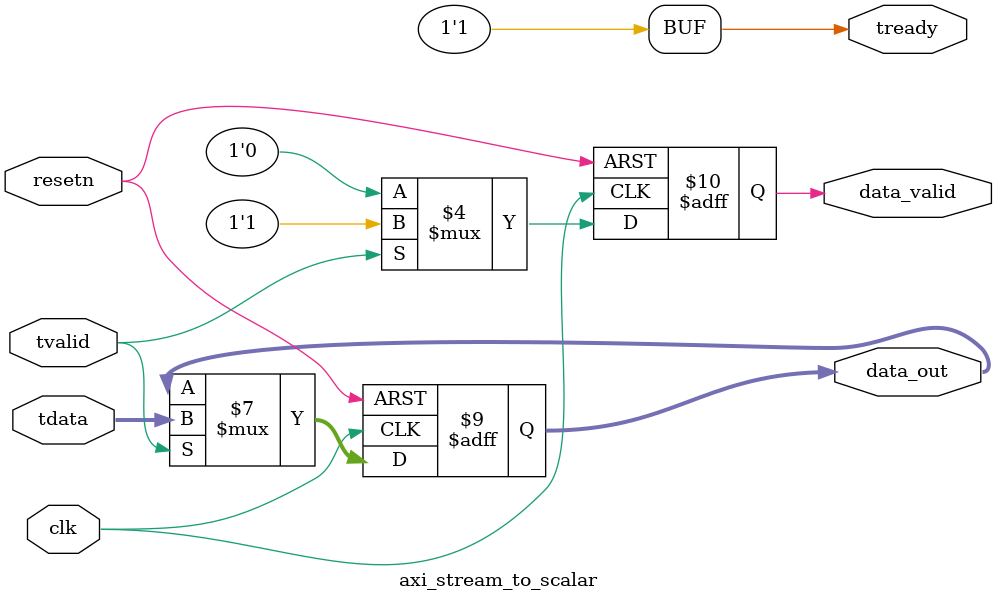
<source format=v>
module axi_stream_to_scalar #(
    parameter DATA_WIDTH = 16
)(
    input  wire                  clk,
    input  wire                  resetn,

    // AXI4-Stream input
    input  wire [DATA_WIDTH-1:0] tdata,
    input  wire                  tvalid,
    output wire                  tready,

    // Scalar output
    output reg  [DATA_WIDTH-1:0] data_out,
    output reg                   data_valid
);

assign tready = 1'b1;  // Always ready

always @(posedge clk or negedge resetn) begin
    if (!resetn) begin
        data_out   <= 0;
        data_valid <= 0;
    end else begin
        if (tvalid) begin
            data_out   <= tdata;
            data_valid <= 1;
        end else begin
            data_valid <= 0;
        end
    end
end

endmodule

</source>
